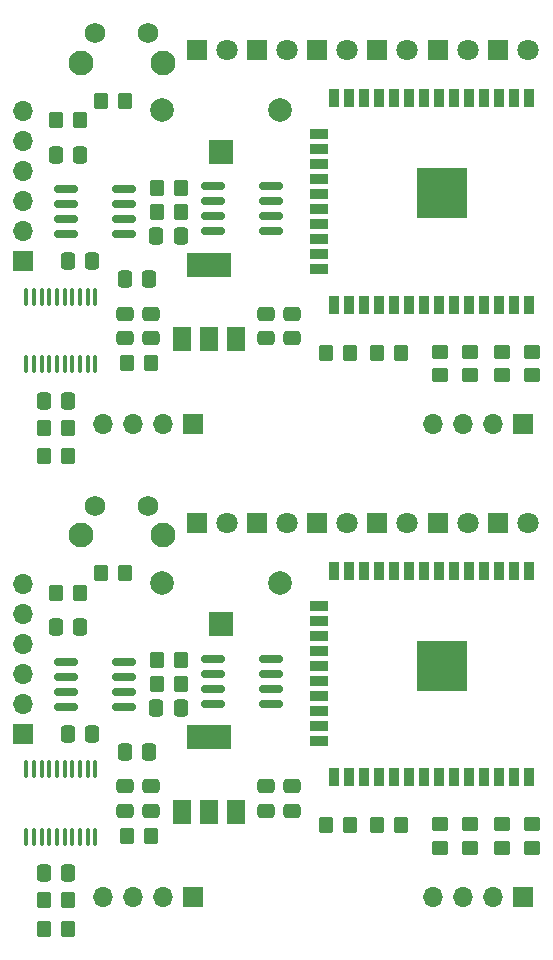
<source format=gbr>
%TF.GenerationSoftware,KiCad,Pcbnew,6.0.11-2627ca5db0~126~ubuntu20.04.1*%
%TF.CreationDate,2024-10-06T15:55:14-05:00*%
%TF.ProjectId,,58585858-5858-4585-9858-585858585858,rev?*%
%TF.SameCoordinates,Original*%
%TF.FileFunction,Soldermask,Top*%
%TF.FilePolarity,Negative*%
%FSLAX46Y46*%
G04 Gerber Fmt 4.6, Leading zero omitted, Abs format (unit mm)*
G04 Created by KiCad (PCBNEW 6.0.11-2627ca5db0~126~ubuntu20.04.1) date 2024-10-06 15:55:14*
%MOMM*%
%LPD*%
G01*
G04 APERTURE LIST*
G04 Aperture macros list*
%AMRoundRect*
0 Rectangle with rounded corners*
0 $1 Rounding radius*
0 $2 $3 $4 $5 $6 $7 $8 $9 X,Y pos of 4 corners*
0 Add a 4 corners polygon primitive as box body*
4,1,4,$2,$3,$4,$5,$6,$7,$8,$9,$2,$3,0*
0 Add four circle primitives for the rounded corners*
1,1,$1+$1,$2,$3*
1,1,$1+$1,$4,$5*
1,1,$1+$1,$6,$7*
1,1,$1+$1,$8,$9*
0 Add four rect primitives between the rounded corners*
20,1,$1+$1,$2,$3,$4,$5,0*
20,1,$1+$1,$4,$5,$6,$7,0*
20,1,$1+$1,$6,$7,$8,$9,0*
20,1,$1+$1,$8,$9,$2,$3,0*%
G04 Aperture macros list end*
%ADD10RoundRect,0.250000X0.450000X-0.350000X0.450000X0.350000X-0.450000X0.350000X-0.450000X-0.350000X0*%
%ADD11RoundRect,0.250000X-0.337500X-0.475000X0.337500X-0.475000X0.337500X0.475000X-0.337500X0.475000X0*%
%ADD12R,1.800000X1.800000*%
%ADD13C,1.800000*%
%ADD14RoundRect,0.250000X-0.475000X0.337500X-0.475000X-0.337500X0.475000X-0.337500X0.475000X0.337500X0*%
%ADD15R,1.700000X1.700000*%
%ADD16O,1.700000X1.700000*%
%ADD17R,1.500000X2.000000*%
%ADD18R,3.800000X2.000000*%
%ADD19C,2.100000*%
%ADD20C,1.750000*%
%ADD21RoundRect,0.150000X-0.825000X-0.150000X0.825000X-0.150000X0.825000X0.150000X-0.825000X0.150000X0*%
%ADD22RoundRect,0.250000X-0.350000X-0.450000X0.350000X-0.450000X0.350000X0.450000X-0.350000X0.450000X0*%
%ADD23RoundRect,0.250000X0.350000X0.450000X-0.350000X0.450000X-0.350000X-0.450000X0.350000X-0.450000X0*%
%ADD24R,0.900000X1.500000*%
%ADD25R,1.500000X0.900000*%
%ADD26C,0.475000*%
%ADD27R,4.200000X4.200000*%
%ADD28C,2.000000*%
%ADD29R,2.000000X2.000000*%
%ADD30RoundRect,0.100000X-0.100000X0.637500X-0.100000X-0.637500X0.100000X-0.637500X0.100000X0.637500X0*%
G04 APERTURE END LIST*
D10*
%TO.C,R5*%
X123444000Y-108659000D03*
X123444000Y-106659000D03*
%TD*%
D11*
%TO.C,C7*%
X90880000Y-90006000D03*
X92955000Y-90006000D03*
%TD*%
D12*
%TO.C,D6*%
X102828000Y-81149000D03*
D13*
X105368000Y-81149000D03*
%TD*%
D12*
%TO.C,D5*%
X107928000Y-81149000D03*
D13*
X110468000Y-81149000D03*
%TD*%
D14*
%TO.C,C3*%
X98933000Y-103446500D03*
X98933000Y-105521500D03*
%TD*%
D15*
%TO.C,J2*%
X130445000Y-112829000D03*
D16*
X127905000Y-112829000D03*
X125365000Y-112829000D03*
X122825000Y-112829000D03*
%TD*%
D17*
%TO.C,U3*%
X101586000Y-105602000D03*
X103886000Y-105602000D03*
D18*
X103886000Y-99302000D03*
D17*
X106186000Y-105602000D03*
%TD*%
D19*
%TO.C,SW1*%
X100005000Y-82206500D03*
X92995000Y-82206500D03*
D20*
X94245000Y-79716500D03*
X98745000Y-79716500D03*
%TD*%
D12*
%TO.C,D1*%
X128328000Y-81149000D03*
D13*
X130868000Y-81149000D03*
%TD*%
D21*
%TO.C,U4*%
X104205000Y-92673000D03*
X104205000Y-93943000D03*
X104205000Y-95213000D03*
X104205000Y-96483000D03*
X109155000Y-96483000D03*
X109155000Y-95213000D03*
X109155000Y-93943000D03*
X109155000Y-92673000D03*
%TD*%
D22*
%TO.C,R13*%
X99457000Y-92800000D03*
X101457000Y-92800000D03*
%TD*%
D23*
%TO.C,R9*%
X91916000Y-113120000D03*
X89916000Y-113120000D03*
%TD*%
D15*
%TO.C,J1*%
X102505000Y-112829000D03*
D16*
X99965000Y-112829000D03*
X97425000Y-112829000D03*
X94885000Y-112829000D03*
%TD*%
D11*
%TO.C,C5*%
X89894500Y-110834000D03*
X91969500Y-110834000D03*
%TD*%
D24*
%TO.C,U1*%
X130932000Y-85193000D03*
X129662000Y-85193000D03*
X128392000Y-85193000D03*
X127122000Y-85193000D03*
X125852000Y-85193000D03*
X124582000Y-85193000D03*
X123312000Y-85193000D03*
X122042000Y-85193000D03*
X120772000Y-85193000D03*
X119502000Y-85193000D03*
X118232000Y-85193000D03*
X116962000Y-85193000D03*
X115692000Y-85193000D03*
X114422000Y-85193000D03*
D25*
X113172000Y-88233000D03*
X113172000Y-89503000D03*
X113172000Y-90773000D03*
X113172000Y-92043000D03*
X113172000Y-93313000D03*
X113172000Y-94583000D03*
X113172000Y-95853000D03*
X113172000Y-97123000D03*
X113172000Y-98393000D03*
X113172000Y-99663000D03*
D24*
X114422000Y-102693000D03*
X115692000Y-102693000D03*
X116962000Y-102693000D03*
X118232000Y-102693000D03*
X119502000Y-102693000D03*
X120772000Y-102693000D03*
X122042000Y-102693000D03*
X123312000Y-102693000D03*
X124582000Y-102693000D03*
X125852000Y-102693000D03*
X127122000Y-102693000D03*
X128392000Y-102693000D03*
X129662000Y-102693000D03*
X130932000Y-102693000D03*
D26*
X124354500Y-91738000D03*
X122829500Y-91738000D03*
X125117000Y-92500500D03*
X123592000Y-92500500D03*
X124354500Y-94788000D03*
X124354500Y-93263000D03*
D27*
X123592000Y-93263000D03*
D26*
X122067000Y-92500500D03*
X123592000Y-94025500D03*
X125117000Y-94025500D03*
X122829500Y-94788000D03*
X122829500Y-93263000D03*
X122067000Y-94025500D03*
%TD*%
D12*
%TO.C,D4*%
X113028000Y-81149000D03*
D13*
X115568000Y-81149000D03*
%TD*%
D14*
%TO.C,C4*%
X96774000Y-103446500D03*
X96774000Y-105521500D03*
%TD*%
D22*
%TO.C,R11*%
X90948000Y-87085000D03*
X92948000Y-87085000D03*
%TD*%
D14*
%TO.C,C1*%
X110871000Y-103446500D03*
X110871000Y-105521500D03*
%TD*%
D11*
%TO.C,C8*%
X91905000Y-99023000D03*
X93980000Y-99023000D03*
%TD*%
%TO.C,C6*%
X96752500Y-100547000D03*
X98827500Y-100547000D03*
%TD*%
D10*
%TO.C,R4*%
X125984000Y-108659000D03*
X125984000Y-106659000D03*
%TD*%
%TO.C,R2*%
X131191000Y-108659000D03*
X131191000Y-106659000D03*
%TD*%
D21*
%TO.C,U5*%
X91759000Y-92927000D03*
X91759000Y-94197000D03*
X91759000Y-95467000D03*
X91759000Y-96737000D03*
X96709000Y-96737000D03*
X96709000Y-95467000D03*
X96709000Y-94197000D03*
X96709000Y-92927000D03*
%TD*%
D22*
%TO.C,R1*%
X96917000Y-107659000D03*
X98917000Y-107659000D03*
%TD*%
D28*
%TO.C,BT1*%
X99902000Y-86224000D03*
X109902000Y-86224000D03*
D29*
X104902000Y-89724000D03*
%TD*%
D15*
%TO.C,J3*%
X88138000Y-99023000D03*
D16*
X88138000Y-96483000D03*
X88138000Y-93943000D03*
X88138000Y-91403000D03*
X88138000Y-88863000D03*
X88138000Y-86323000D03*
%TD*%
D22*
%TO.C,R8*%
X94758000Y-85434000D03*
X96758000Y-85434000D03*
%TD*%
%TO.C,R7*%
X118126000Y-106770000D03*
X120126000Y-106770000D03*
%TD*%
D14*
%TO.C,C2*%
X108712000Y-103446500D03*
X108712000Y-105521500D03*
%TD*%
D12*
%TO.C,D2*%
X123228000Y-81149000D03*
D13*
X125768000Y-81149000D03*
%TD*%
D12*
%TO.C,D3*%
X118128000Y-81149000D03*
D13*
X120668000Y-81149000D03*
%TD*%
D10*
%TO.C,R3*%
X128651000Y-108659000D03*
X128651000Y-106659000D03*
%TD*%
D22*
%TO.C,R12*%
X99457000Y-94832000D03*
X101457000Y-94832000D03*
%TD*%
%TO.C,R10*%
X89932000Y-115533000D03*
X91932000Y-115533000D03*
%TD*%
D11*
%TO.C,C9*%
X99419500Y-96864000D03*
X101494500Y-96864000D03*
%TD*%
D22*
%TO.C,R6*%
X113808000Y-106770000D03*
X115808000Y-106770000D03*
%TD*%
D30*
%TO.C,U2*%
X94238000Y-102002500D03*
X93588000Y-102002500D03*
X92938000Y-102002500D03*
X92288000Y-102002500D03*
X91638000Y-102002500D03*
X90988000Y-102002500D03*
X90338000Y-102002500D03*
X89688000Y-102002500D03*
X89038000Y-102002500D03*
X88388000Y-102002500D03*
X88388000Y-107727500D03*
X89038000Y-107727500D03*
X89688000Y-107727500D03*
X90338000Y-107727500D03*
X90988000Y-107727500D03*
X91638000Y-107727500D03*
X92288000Y-107727500D03*
X92938000Y-107727500D03*
X93588000Y-107727500D03*
X94238000Y-107727500D03*
%TD*%
D22*
%TO.C,R10*%
X89932000Y-75533000D03*
X91932000Y-75533000D03*
%TD*%
D10*
%TO.C,R4*%
X125984000Y-68659000D03*
X125984000Y-66659000D03*
%TD*%
D22*
%TO.C,R11*%
X90948000Y-47085000D03*
X92948000Y-47085000D03*
%TD*%
D12*
%TO.C,D3*%
X118128000Y-41149000D03*
D13*
X120668000Y-41149000D03*
%TD*%
D11*
%TO.C,C9*%
X99419500Y-56864000D03*
X101494500Y-56864000D03*
%TD*%
%TO.C,C6*%
X96752500Y-60547000D03*
X98827500Y-60547000D03*
%TD*%
D22*
%TO.C,R7*%
X118126000Y-66770000D03*
X120126000Y-66770000D03*
%TD*%
D11*
%TO.C,C8*%
X91905000Y-59023000D03*
X93980000Y-59023000D03*
%TD*%
D21*
%TO.C,U5*%
X91759000Y-52927000D03*
X91759000Y-54197000D03*
X91759000Y-55467000D03*
X91759000Y-56737000D03*
X96709000Y-56737000D03*
X96709000Y-55467000D03*
X96709000Y-54197000D03*
X96709000Y-52927000D03*
%TD*%
D28*
%TO.C,BT1*%
X99902000Y-46224000D03*
X109902000Y-46224000D03*
D29*
X104902000Y-49724000D03*
%TD*%
D22*
%TO.C,R12*%
X99457000Y-54832000D03*
X101457000Y-54832000D03*
%TD*%
D10*
%TO.C,R2*%
X131191000Y-68659000D03*
X131191000Y-66659000D03*
%TD*%
%TO.C,R3*%
X128651000Y-68659000D03*
X128651000Y-66659000D03*
%TD*%
D22*
%TO.C,R6*%
X113808000Y-66770000D03*
X115808000Y-66770000D03*
%TD*%
D15*
%TO.C,J3*%
X88138000Y-59023000D03*
D16*
X88138000Y-56483000D03*
X88138000Y-53943000D03*
X88138000Y-51403000D03*
X88138000Y-48863000D03*
X88138000Y-46323000D03*
%TD*%
D22*
%TO.C,R8*%
X94758000Y-45434000D03*
X96758000Y-45434000D03*
%TD*%
D30*
%TO.C,U2*%
X94238000Y-62002500D03*
X93588000Y-62002500D03*
X92938000Y-62002500D03*
X92288000Y-62002500D03*
X91638000Y-62002500D03*
X90988000Y-62002500D03*
X90338000Y-62002500D03*
X89688000Y-62002500D03*
X89038000Y-62002500D03*
X88388000Y-62002500D03*
X88388000Y-67727500D03*
X89038000Y-67727500D03*
X89688000Y-67727500D03*
X90338000Y-67727500D03*
X90988000Y-67727500D03*
X91638000Y-67727500D03*
X92288000Y-67727500D03*
X92938000Y-67727500D03*
X93588000Y-67727500D03*
X94238000Y-67727500D03*
%TD*%
D14*
%TO.C,C2*%
X108712000Y-63446500D03*
X108712000Y-65521500D03*
%TD*%
D12*
%TO.C,D2*%
X123228000Y-41149000D03*
D13*
X125768000Y-41149000D03*
%TD*%
D22*
%TO.C,R1*%
X96917000Y-67659000D03*
X98917000Y-67659000D03*
%TD*%
D14*
%TO.C,C1*%
X110871000Y-63446500D03*
X110871000Y-65521500D03*
%TD*%
%TO.C,C4*%
X96774000Y-63446500D03*
X96774000Y-65521500D03*
%TD*%
D12*
%TO.C,D4*%
X113028000Y-41149000D03*
D13*
X115568000Y-41149000D03*
%TD*%
D24*
%TO.C,U1*%
X130932000Y-45193000D03*
X129662000Y-45193000D03*
X128392000Y-45193000D03*
X127122000Y-45193000D03*
X125852000Y-45193000D03*
X124582000Y-45193000D03*
X123312000Y-45193000D03*
X122042000Y-45193000D03*
X120772000Y-45193000D03*
X119502000Y-45193000D03*
X118232000Y-45193000D03*
X116962000Y-45193000D03*
X115692000Y-45193000D03*
X114422000Y-45193000D03*
D25*
X113172000Y-48233000D03*
X113172000Y-49503000D03*
X113172000Y-50773000D03*
X113172000Y-52043000D03*
X113172000Y-53313000D03*
X113172000Y-54583000D03*
X113172000Y-55853000D03*
X113172000Y-57123000D03*
X113172000Y-58393000D03*
X113172000Y-59663000D03*
D24*
X114422000Y-62693000D03*
X115692000Y-62693000D03*
X116962000Y-62693000D03*
X118232000Y-62693000D03*
X119502000Y-62693000D03*
X120772000Y-62693000D03*
X122042000Y-62693000D03*
X123312000Y-62693000D03*
X124582000Y-62693000D03*
X125852000Y-62693000D03*
X127122000Y-62693000D03*
X128392000Y-62693000D03*
X129662000Y-62693000D03*
X130932000Y-62693000D03*
D26*
X124354500Y-51738000D03*
X122829500Y-51738000D03*
X125117000Y-52500500D03*
X123592000Y-52500500D03*
X124354500Y-54788000D03*
X124354500Y-53263000D03*
D27*
X123592000Y-53263000D03*
D26*
X122067000Y-52500500D03*
X123592000Y-54025500D03*
X125117000Y-54025500D03*
X122829500Y-54788000D03*
X122829500Y-53263000D03*
X122067000Y-54025500D03*
%TD*%
D11*
%TO.C,C5*%
X89894500Y-70834000D03*
X91969500Y-70834000D03*
%TD*%
D15*
%TO.C,J1*%
X102505000Y-72829000D03*
D16*
X99965000Y-72829000D03*
X97425000Y-72829000D03*
X94885000Y-72829000D03*
%TD*%
D23*
%TO.C,R9*%
X91916000Y-73120000D03*
X89916000Y-73120000D03*
%TD*%
D22*
%TO.C,R13*%
X99457000Y-52800000D03*
X101457000Y-52800000D03*
%TD*%
D21*
%TO.C,U4*%
X104205000Y-52673000D03*
X104205000Y-53943000D03*
X104205000Y-55213000D03*
X104205000Y-56483000D03*
X109155000Y-56483000D03*
X109155000Y-55213000D03*
X109155000Y-53943000D03*
X109155000Y-52673000D03*
%TD*%
D12*
%TO.C,D1*%
X128328000Y-41149000D03*
D13*
X130868000Y-41149000D03*
%TD*%
D19*
%TO.C,SW1*%
X100005000Y-42206500D03*
X92995000Y-42206500D03*
D20*
X94245000Y-39716500D03*
X98745000Y-39716500D03*
%TD*%
D17*
%TO.C,U3*%
X101586000Y-65602000D03*
X103886000Y-65602000D03*
D18*
X103886000Y-59302000D03*
D17*
X106186000Y-65602000D03*
%TD*%
D15*
%TO.C,J2*%
X130445000Y-72829000D03*
D16*
X127905000Y-72829000D03*
X125365000Y-72829000D03*
X122825000Y-72829000D03*
%TD*%
D14*
%TO.C,C3*%
X98933000Y-63446500D03*
X98933000Y-65521500D03*
%TD*%
D12*
%TO.C,D5*%
X107928000Y-41149000D03*
D13*
X110468000Y-41149000D03*
%TD*%
D12*
%TO.C,D6*%
X102828000Y-41149000D03*
D13*
X105368000Y-41149000D03*
%TD*%
D11*
%TO.C,C7*%
X90880000Y-50006000D03*
X92955000Y-50006000D03*
%TD*%
D10*
%TO.C,R5*%
X123444000Y-68659000D03*
X123444000Y-66659000D03*
%TD*%
M02*

</source>
